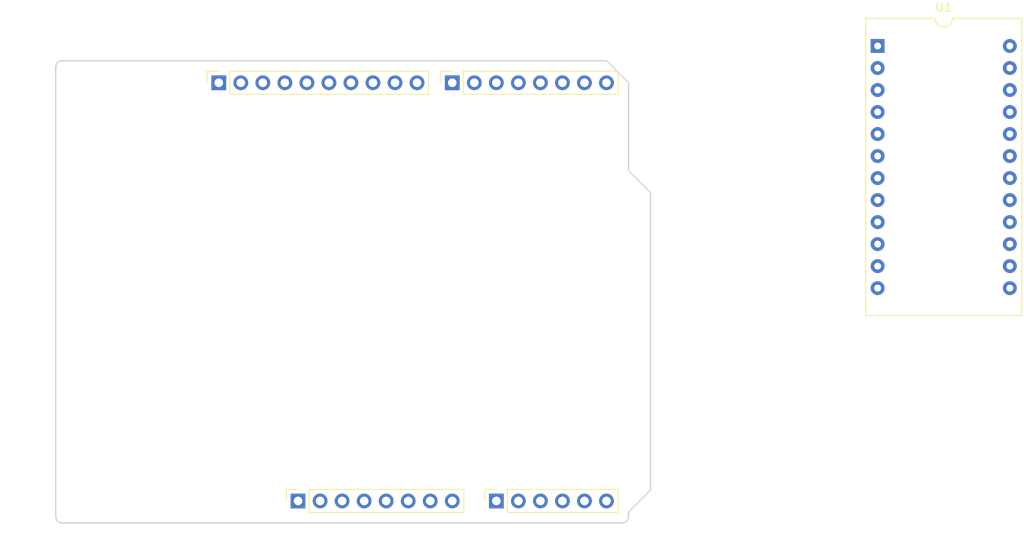
<source format=kicad_pcb>
(kicad_pcb (version 20241229) (generator "pcbnew") (generator_version "9.0")
  (title_block (date "mar. 31 mars 2015"))
  (layers (0 "F.Cu" signal) (2 "B.Cu" signal) (13 "F.Paste" user) (15 "B.Paste" user) (5 "F.SilkS" user "F.Silkscreen") (7 "B.SilkS" user "B.Silkscreen") (1 "F.Mask" user) (3 "B.Mask" user) (25 "Edge.Cuts" user))
  (net 0 "")
  (net 1 "GND")
  (net 3 "+5V")
  (net 4 "/IOREF")
  (net 5 "/A0")
  (net 6 "/A1")
  (net 7 "/A2")
  (net 8 "/A3")
  (net 9 "/SDA{slash}A4")
  (net 10 "/SCL{slash}A5")
  (net 11 "/13")
  (net 12 "/12")
  (net 13 "/AREF")
  (net 14 "/8")
  (net 15 "/7")
  (net 16 "/*11")
  (net 17 "/*10")
  (net 18 "/*9")
  (net 19 "/4")
  (net 20 "/2")
  (net 21 "/*6")
  (net 22 "/*5")
  (net 23 "/TX{slash}1")
  (net 24 "/*3")
  (net 25 "/RX{slash}0")
  (net 26 "+3V3")
  (net 27 "VCC")
  (net 28 "/~{RESET}")
  (net 37 "Net-(U1-GND-Pad4)")
  (footprint "Connector_PinSocket_2.54mm:PinSocket_1x08_P2.54mm_Vertical" (layer "F.Cu") (at 127.94 97.46 90)
    (property "Reference" "J1" (hide yes))
    (property "Value" "Power")
    (fp_line (start 1.33 -1.33) (end 1.33 0) (stroke (width 0.12)) (layer "F.SilkS"))
    (fp_line (start 0 -1.33) (end 1.33 -1.33) (stroke (width 0.12)) (layer "F.SilkS"))
    (fp_line (start 1.33 1.27) (end 1.33 19.11) (stroke (width 0.12)) (layer "F.SilkS"))
    (fp_line (start -1.33 1.27) (end 1.33 1.27) (stroke (width 0.12)) (layer "F.SilkS"))
    (fp_line (start -1.33 1.27) (end -1.33 19.11) (stroke (width 0.12)) (layer "F.SilkS"))
    (fp_line (start -1.33 19.11) (end 1.33 19.11) (stroke (width 0.12)) (layer "F.SilkS"))
    (pad "1" thru_hole rect (at 0 0 90) (size 1.7 1.7) (drill 1) (layers "*.Cu" "*.Mask"))
    (pad "2" thru_hole oval (at 0 2.54 90) (size 1.7 1.7) (drill 1) (layers "*.Cu" "*.Mask") (net 4 "/IOREF"))
    (pad "3" thru_hole oval (at 0 5.08 90) (size 1.7 1.7) (drill 1) (layers "*.Cu" "*.Mask") (net 28 "/~{RESET}"))
    (pad "4" thru_hole oval (at 0 7.62 90) (size 1.7 1.7) (drill 1) (layers "*.Cu" "*.Mask") (net 26 "+3V3"))
    (pad "5" thru_hole oval (at 0 10.16 90) (size 1.7 1.7) (drill 1) (layers "*.Cu" "*.Mask") (net 3 "+5V"))
    (pad "6" thru_hole oval (at 0 12.7 90) (size 1.7 1.7) (drill 1) (layers "*.Cu" "*.Mask") (net 1 "GND"))
    (pad "7" thru_hole oval (at 0 15.24 90) (size 1.7 1.7) (drill 1) (layers "*.Cu" "*.Mask") (net 1 "GND"))
    (pad "8" thru_hole oval (at 0 17.78 90) (size 1.7 1.7) (drill 1) (layers "*.Cu" "*.Mask") (net 27 "VCC"))
  )
  (footprint "Connector_PinSocket_2.54mm:PinSocket_1x06_P2.54mm_Vertical" (layer "F.Cu") (at 150.8 97.46 90)
    (property "Reference" "J3" (hide yes))
    (property "Value" "Analog")
    (fp_line (start 1.33 -1.33) (end 1.33 0) (stroke (width 0.12)) (layer "F.SilkS"))
    (fp_line (start 0 -1.33) (end 1.33 -1.33) (stroke (width 0.12)) (layer "F.SilkS"))
    (fp_line (start 1.33 1.27) (end 1.33 14.03) (stroke (width 0.12)) (layer "F.SilkS"))
    (fp_line (start -1.33 1.27) (end 1.33 1.27) (stroke (width 0.12)) (layer "F.SilkS"))
    (fp_line (start -1.33 1.27) (end -1.33 14.03) (stroke (width 0.12)) (layer "F.SilkS"))
    (fp_line (start -1.33 14.03) (end 1.33 14.03) (stroke (width 0.12)) (layer "F.SilkS"))
    (pad "1" thru_hole rect (at 0 0 90) (size 1.7 1.7) (drill 1) (layers "*.Cu" "*.Mask") (net 5 "/A0"))
    (pad "2" thru_hole oval (at 0 2.54 90) (size 1.7 1.7) (drill 1) (layers "*.Cu" "*.Mask") (net 6 "/A1"))
    (pad "3" thru_hole oval (at 0 5.08 90) (size 1.7 1.7) (drill 1) (layers "*.Cu" "*.Mask") (net 7 "/A2"))
    (pad "4" thru_hole oval (at 0 7.62 90) (size 1.7 1.7) (drill 1) (layers "*.Cu" "*.Mask") (net 8 "/A3"))
    (pad "5" thru_hole oval (at 0 10.16 90) (size 1.7 1.7) (drill 1) (layers "*.Cu" "*.Mask") (net 9 "/SDA{slash}A4"))
    (pad "6" thru_hole oval (at 0 12.7 90) (size 1.7 1.7) (drill 1) (layers "*.Cu" "*.Mask") (net 10 "/SCL{slash}A5"))
  )
  (footprint "Connector_PinSocket_2.54mm:PinSocket_1x10_P2.54mm_Vertical" (layer "F.Cu") (at 118.796 49.2 90)
    (property "Reference" "J2" (hide yes))
    (property "Value" "Digital/PWM")
    (fp_line (start 1.33 -1.33) (end 1.33 0) (stroke (width 0.12)) (layer "F.SilkS"))
    (fp_line (start 0 -1.33) (end 1.33 -1.33) (stroke (width 0.12)) (layer "F.SilkS"))
    (fp_line (start 1.33 1.27) (end 1.33 24.19) (stroke (width 0.12)) (layer "F.SilkS"))
    (fp_line (start -1.33 1.27) (end 1.33 1.27) (stroke (width 0.12)) (layer "F.SilkS"))
    (fp_line (start -1.33 1.27) (end -1.33 24.19) (stroke (width 0.12)) (layer "F.SilkS"))
    (fp_line (start -1.33 24.19) (end 1.33 24.19) (stroke (width 0.12)) (layer "F.SilkS"))
    (pad "1" thru_hole rect (at 0 0 90) (size 1.7 1.7) (drill 1) (layers "*.Cu" "*.Mask") (net 10 "/SCL{slash}A5"))
    (pad "2" thru_hole oval (at 0 2.54 90) (size 1.7 1.7) (drill 1) (layers "*.Cu" "*.Mask") (net 9 "/SDA{slash}A4"))
    (pad "3" thru_hole oval (at 0 5.08 90) (size 1.7 1.7) (drill 1) (layers "*.Cu" "*.Mask") (net 13 "/AREF"))
    (pad "4" thru_hole oval (at 0 7.62 90) (size 1.7 1.7) (drill 1) (layers "*.Cu" "*.Mask") (net 1 "GND"))
    (pad "5" thru_hole oval (at 0 10.16 90) (size 1.7 1.7) (drill 1) (layers "*.Cu" "*.Mask") (net 11 "/13"))
    (pad "6" thru_hole oval (at 0 12.7 90) (size 1.7 1.7) (drill 1) (layers "*.Cu" "*.Mask") (net 12 "/12"))
    (pad "7" thru_hole oval (at 0 15.24 90) (size 1.7 1.7) (drill 1) (layers "*.Cu" "*.Mask") (net 16 "/*11"))
    (pad "8" thru_hole oval (at 0 17.78 90) (size 1.7 1.7) (drill 1) (layers "*.Cu" "*.Mask") (net 17 "/*10"))
    (pad "9" thru_hole oval (at 0 20.32 90) (size 1.7 1.7) (drill 1) (layers "*.Cu" "*.Mask") (net 18 "/*9"))
    (pad "10" thru_hole oval (at 0 22.86 90) (size 1.7 1.7) (drill 1) (layers "*.Cu" "*.Mask") (net 14 "/8"))
  )
  (footprint "Connector_PinSocket_2.54mm:PinSocket_1x08_P2.54mm_Vertical" (layer "F.Cu") (at 145.72 49.2 90)
    (property "Reference" "J4" (hide yes))
    (property "Value" "Digital/PWM")
    (fp_line (start 1.33 -1.33) (end 1.33 0) (stroke (width 0.12)) (layer "F.SilkS"))
    (fp_line (start 0 -1.33) (end 1.33 -1.33) (stroke (width 0.12)) (layer "F.SilkS"))
    (fp_line (start 1.33 1.27) (end 1.33 19.11) (stroke (width 0.12)) (layer "F.SilkS"))
    (fp_line (start -1.33 1.27) (end 1.33 1.27) (stroke (width 0.12)) (layer "F.SilkS"))
    (fp_line (start -1.33 1.27) (end -1.33 19.11) (stroke (width 0.12)) (layer "F.SilkS"))
    (fp_line (start -1.33 19.11) (end 1.33 19.11) (stroke (width 0.12)) (layer "F.SilkS"))
    (pad "1" thru_hole rect (at 0 0 90) (size 1.7 1.7) (drill 1) (layers "*.Cu" "*.Mask") (net 15 "/7"))
    (pad "2" thru_hole oval (at 0 2.54 90) (size 1.7 1.7) (drill 1) (layers "*.Cu" "*.Mask") (net 21 "/*6"))
    (pad "3" thru_hole oval (at 0 5.08 90) (size 1.7 1.7) (drill 1) (layers "*.Cu" "*.Mask") (net 22 "/*5"))
    (pad "4" thru_hole oval (at 0 7.62 90) (size 1.7 1.7) (drill 1) (layers "*.Cu" "*.Mask") (net 19 "/4"))
    (pad "5" thru_hole oval (at 0 10.16 90) (size 1.7 1.7) (drill 1) (layers "*.Cu" "*.Mask") (net 24 "/*3"))
    (pad "6" thru_hole oval (at 0 12.7 90) (size 1.7 1.7) (drill 1) (layers "*.Cu" "*.Mask") (net 20 "/2"))
    (pad "7" thru_hole oval (at 0 15.24 90) (size 1.7 1.7) (drill 1) (layers "*.Cu" "*.Mask") (net 23 "/TX{slash}1"))
    (pad "8" thru_hole oval (at 0 17.78 90) (size 1.7 1.7) (drill 1) (layers "*.Cu" "*.Mask") (net 25 "/RX{slash}0"))
  )
  (footprint "Arduino_MountingHole:MountingHole_3.2mm" (layer "F.Cu") (at 115.24 49.2)
    (property "Reference" "MH1" (hide yes))
    (property "Value" "MountingHole_3.2mm" (hide yes))
    (pad "" np_thru_hole circle (at 0 0) (size 3.2 3.2) (drill 3.2) (layers "*.Cu" "*.Mask"))
  )
  (footprint "Arduino_MountingHole:MountingHole_3.2mm" (layer "F.Cu") (at 113.97 97.46)
    (property "Reference" "MH2" (hide yes))
    (property "Value" "MountingHole_3.2mm" (hide yes))
    (pad "" np_thru_hole circle (at 0 0) (size 3.2 3.2) (drill 3.2) (layers "*.Cu" "*.Mask"))
  )
  (footprint "Arduino_MountingHole:MountingHole_3.2mm" (layer "F.Cu") (at 166.04 64.44)
    (property "Reference" "MH3" (hide yes))
    (property "Value" "MountingHole_3.2mm" (hide yes))
    (pad "" np_thru_hole circle (at 0 0) (size 3.2 3.2) (drill 3.2) (layers "*.Cu" "*.Mask"))
  )
  (footprint "Arduino_MountingHole:MountingHole_3.2mm" (layer "F.Cu") (at 166.04 92.38)
    (property "Reference" "MH4" (hide yes))
    (property "Value" "MountingHole_3.2mm" (hide yes))
    (pad "" np_thru_hole circle (at 0 0) (size 3.2 3.2) (drill 3.2) (layers "*.Cu" "*.Mask"))
  )
  (footprint "Package_DIP:DIP-24_18.0mmx34.29mm_W15.24mm" (layer "F.Cu") (at 194.76 44.96)
    (property "Reference" "U1" (at 7.62 -4.46 0) (layer "F.SilkS"))
    (property "Value" "MAX7219")
    (fp_line (start -1.38 -3.175) (end -1.38 31.115) (stroke (width 0.12)) (layer "F.SilkS"))
    (fp_line (start -1.38 31.115) (end 16.62 31.115) (stroke (width 0.12)) (layer "F.SilkS"))
    (fp_line (start 6.62 -3.175) (end -1.38 -3.175) (stroke (width 0.12)) (layer "F.SilkS"))
    (fp_line (start 16.62 -3.175) (end 8.62 -3.175) (stroke (width 0.12)) (layer "F.SilkS"))
    (fp_line (start 16.62 31.115) (end 16.62 -3.175) (stroke (width 0.12)) (layer "F.SilkS"))
    (fp_arc (start 8.62 -3.175) (mid 7.62 -2.175) (end 6.62 -3.175) (stroke (width 0.12)) (layer "F.SilkS"))
    (pad "1" thru_hole rect (at 0 0) (size 1.6 1.6) (drill 0.8) (layers "*.Cu" "*.Mask"))
    (pad "2" thru_hole oval (at 0 2.54) (size 1.6 1.6) (drill 0.8) (layers "*.Cu" "*.Mask"))
    (pad "3" thru_hole oval (at 0 5.08) (size 1.6 1.6) (drill 0.8) (layers "*.Cu" "*.Mask"))
    (pad "4" thru_hole oval (at 0 7.62) (size 1.6 1.6) (drill 0.8) (layers "*.Cu" "*.Mask") (net 37 "Net-(U1-GND-Pad4)"))
    (pad "5" thru_hole oval (at 0 10.16) (size 1.6 1.6) (drill 0.8) (layers "*.Cu" "*.Mask"))
    (pad "6" thru_hole oval (at 0 12.7) (size 1.6 1.6) (drill 0.8) (layers "*.Cu" "*.Mask"))
    (pad "7" thru_hole oval (at 0 15.24) (size 1.6 1.6) (drill 0.8) (layers "*.Cu" "*.Mask"))
    (pad "8" thru_hole oval (at 0 17.78) (size 1.6 1.6) (drill 0.8) (layers "*.Cu" "*.Mask"))
    (pad "9" thru_hole oval (at 0 20.32) (size 1.6 1.6) (drill 0.8) (layers "*.Cu" "*.Mask") (net 37 "Net-(U1-GND-Pad4)"))
    (pad "10" thru_hole oval (at 0 22.86) (size 1.6 1.6) (drill 0.8) (layers "*.Cu" "*.Mask"))
    (pad "11" thru_hole oval (at 0 25.4) (size 1.6 1.6) (drill 0.8) (layers "*.Cu" "*.Mask"))
    (pad "12" thru_hole oval (at 0 27.94) (size 1.6 1.6) (drill 0.8) (layers "*.Cu" "*.Mask"))
    (pad "13" thru_hole oval (at 15.24 27.94) (size 1.6 1.6) (drill 0.8) (layers "*.Cu" "*.Mask"))
    (pad "14" thru_hole oval (at 15.24 25.4) (size 1.6 1.6) (drill 0.8) (layers "*.Cu" "*.Mask"))
    (pad "15" thru_hole oval (at 15.24 22.86) (size 1.6 1.6) (drill 0.8) (layers "*.Cu" "*.Mask"))
    (pad "16" thru_hole oval (at 15.24 20.32) (size 1.6 1.6) (drill 0.8) (layers "*.Cu" "*.Mask"))
    (pad "17" thru_hole oval (at 15.24 17.78) (size 1.6 1.6) (drill 0.8) (layers "*.Cu" "*.Mask"))
    (pad "18" thru_hole oval (at 15.24 15.24) (size 1.6 1.6) (drill 0.8) (layers "*.Cu" "*.Mask"))
    (pad "19" thru_hole oval (at 15.24 12.7) (size 1.6 1.6) (drill 0.8) (layers "*.Cu" "*.Mask"))
    (pad "20" thru_hole oval (at 15.24 10.16) (size 1.6 1.6) (drill 0.8) (layers "*.Cu" "*.Mask"))
    (pad "21" thru_hole oval (at 15.24 7.62) (size 1.6 1.6) (drill 0.8) (layers "*.Cu" "*.Mask"))
    (pad "22" thru_hole oval (at 15.24 5.08) (size 1.6 1.6) (drill 0.8) (layers "*.Cu" "*.Mask"))
    (pad "23" thru_hole oval (at 15.24 2.54) (size 1.6 1.6) (drill 0.8) (layers "*.Cu" "*.Mask"))
    (pad "24" thru_hole oval (at 15.24 0) (size 1.6 1.6) (drill 0.8) (layers "*.Cu" "*.Mask"))
  )
  (gr_line (start 166.04 59.36) (end 168.58 61.9) (stroke (width 0.15)) (layer "Edge.Cuts"))
  (gr_line (start 100 99.238) (end 100 47.422) (stroke (width 0.15)) (layer "Edge.Cuts"))
  (gr_line (start 168.58 61.9) (end 168.58 96.19) (stroke (width 0.15)) (layer "Edge.Cuts"))
  (gr_line (start 165.278 100) (end 100.762 100) (stroke (width 0.15)) (layer "Edge.Cuts"))
  (gr_line (start 100.762 46.66) (end 163.5 46.66) (stroke (width 0.15)) (layer "Edge.Cuts"))
  (gr_arc (start 100.762 100) (mid 100.223185 99.776815) (end 100 99.238) (stroke (width 0.15)) (layer "Edge.Cuts"))
  (gr_line (start 168.58 96.19) (end 166.04 98.73) (stroke (width 0.15)) (layer "Edge.Cuts"))
  (gr_line (start 163.5 46.66) (end 166.04 49.2) (stroke (width 0.15)) (layer "Edge.Cuts"))
  (gr_arc (start 166.04 99.238) (mid 165.816815 99.776815) (end 165.278 100) (stroke (width 0.15)) (layer "Edge.Cuts"))
  (gr_line (start 166.04 49.2) (end 166.04 59.36) (stroke (width 0.15)) (layer "Edge.Cuts"))
  (gr_line (start 166.04 98.73) (end 166.04 99.238) (stroke (width 0.15)) (layer "Edge.Cuts"))
  (gr_arc (start 100 47.422) (mid 100.223185 46.883185) (end 100.762 46.66) (stroke (width 0.15)) (layer "Edge.Cuts"))
)
</source>
